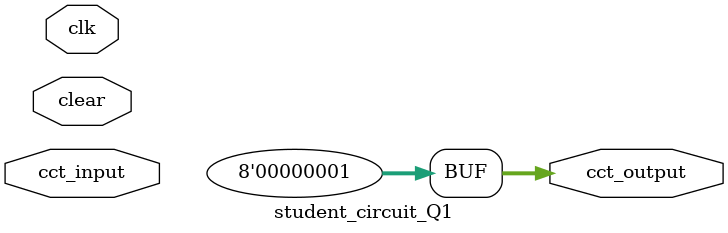
<source format=sv>
module student_circuit_Q1 (
	input wire        clk,
	input wire        clear,
	input wire  [7:0] cct_input,
	output reg  [7:0] cct_output
);

always @ *
	cct_output  = 8'H1;

endmodule

</source>
